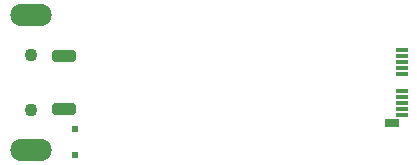
<source format=gbr>
%TF.GenerationSoftware,KiCad,Pcbnew,(6.0.7)*%
%TF.CreationDate,2023-03-11T05:38:16-08:00*%
%TF.ProjectId,ESP_SoC,4553505f-536f-4432-9e6b-696361645f70,rev?*%
%TF.SameCoordinates,Original*%
%TF.FileFunction,Soldermask,Bot*%
%TF.FilePolarity,Negative*%
%FSLAX46Y46*%
G04 Gerber Fmt 4.6, Leading zero omitted, Abs format (unit mm)*
G04 Created by KiCad (PCBNEW (6.0.7)) date 2023-03-11 05:38:16*
%MOMM*%
%LPD*%
G01*
G04 APERTURE LIST*
G04 Aperture macros list*
%AMRoundRect*
0 Rectangle with rounded corners*
0 $1 Rounding radius*
0 $2 $3 $4 $5 $6 $7 $8 $9 X,Y pos of 4 corners*
0 Add a 4 corners polygon primitive as box body*
4,1,4,$2,$3,$4,$5,$6,$7,$8,$9,$2,$3,0*
0 Add four circle primitives for the rounded corners*
1,1,$1+$1,$2,$3*
1,1,$1+$1,$4,$5*
1,1,$1+$1,$6,$7*
1,1,$1+$1,$8,$9*
0 Add four rect primitives between the rounded corners*
20,1,$1+$1,$2,$3,$4,$5,0*
20,1,$1+$1,$4,$5,$6,$7,0*
20,1,$1+$1,$6,$7,$8,$9,0*
20,1,$1+$1,$8,$9,$2,$3,0*%
G04 Aperture macros list end*
%ADD10C,1.100000*%
%ADD11O,3.500000X1.900000*%
%ADD12R,1.000000X0.380000*%
%ADD13R,1.150000X0.700000*%
%ADD14R,0.500000X0.500000*%
%ADD15RoundRect,0.250000X-0.750000X0.250000X-0.750000X-0.250000X0.750000X-0.250000X0.750000X0.250000X0*%
G04 APERTURE END LIST*
D10*
%TO.C,J1*%
X101600000Y-96450000D03*
X101600000Y-101050000D03*
D11*
X101600000Y-104450000D03*
X101600000Y-93050000D03*
%TD*%
D12*
%TO.C,P1*%
X133010000Y-101500000D03*
X133010000Y-101000000D03*
X133010000Y-100500000D03*
X133010000Y-100000000D03*
X133010000Y-99500000D03*
X133010000Y-98000000D03*
X133010000Y-97500000D03*
X133010000Y-97000000D03*
X133010000Y-96500000D03*
X133010000Y-96000000D03*
D13*
X132170000Y-102170000D03*
%TD*%
D14*
%TO.C,D3*%
X105400000Y-104900000D03*
X105400000Y-102700000D03*
%TD*%
D15*
%TO.C,J2*%
X104400000Y-101000000D03*
%TD*%
%TO.C,J3*%
X104400000Y-96500000D03*
%TD*%
M02*

</source>
